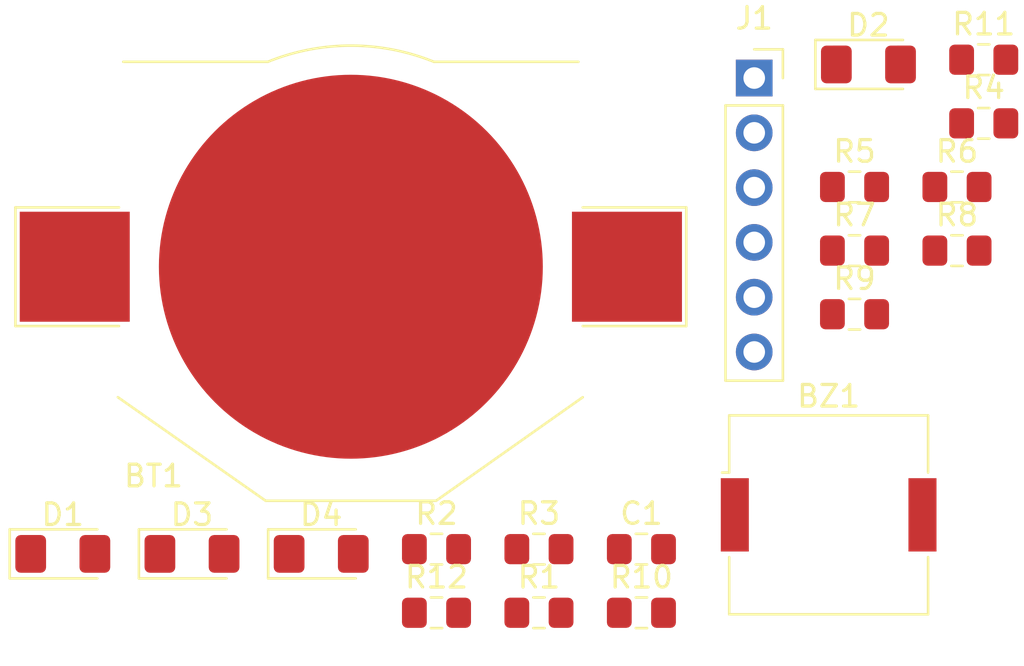
<source format=kicad_pcb>
(kicad_pcb (version 20171130) (host pcbnew 5.1.5-52549c5~84~ubuntu19.10.1)

  (general
    (thickness 1.6)
    (drawings 0)
    (tracks 0)
    (zones 0)
    (modules 20)
    (nets 25)
  )

  (page A4)
  (layers
    (0 F.Cu signal)
    (31 B.Cu signal)
    (32 B.Adhes user)
    (33 F.Adhes user)
    (34 B.Paste user)
    (35 F.Paste user)
    (36 B.SilkS user)
    (37 F.SilkS user)
    (38 B.Mask user)
    (39 F.Mask user)
    (40 Dwgs.User user)
    (41 Cmts.User user)
    (42 Eco1.User user)
    (43 Eco2.User user)
    (44 Edge.Cuts user)
    (45 Margin user)
    (46 B.CrtYd user)
    (47 F.CrtYd user)
    (48 B.Fab user)
    (49 F.Fab user)
  )

  (setup
    (last_trace_width 0.25)
    (trace_clearance 0.2)
    (zone_clearance 0.508)
    (zone_45_only no)
    (trace_min 0.2)
    (via_size 0.8)
    (via_drill 0.4)
    (via_min_size 0.4)
    (via_min_drill 0.3)
    (uvia_size 0.3)
    (uvia_drill 0.1)
    (uvias_allowed no)
    (uvia_min_size 0.2)
    (uvia_min_drill 0.1)
    (edge_width 0.05)
    (segment_width 0.2)
    (pcb_text_width 0.3)
    (pcb_text_size 1.5 1.5)
    (mod_edge_width 0.12)
    (mod_text_size 1 1)
    (mod_text_width 0.15)
    (pad_size 1.524 1.524)
    (pad_drill 0.762)
    (pad_to_mask_clearance 0.051)
    (solder_mask_min_width 0.25)
    (aux_axis_origin 0 0)
    (visible_elements FFFFFF7F)
    (pcbplotparams
      (layerselection 0x010fc_ffffffff)
      (usegerberextensions false)
      (usegerberattributes false)
      (usegerberadvancedattributes false)
      (creategerberjobfile false)
      (excludeedgelayer true)
      (linewidth 0.100000)
      (plotframeref false)
      (viasonmask false)
      (mode 1)
      (useauxorigin false)
      (hpglpennumber 1)
      (hpglpenspeed 20)
      (hpglpendiameter 15.000000)
      (psnegative false)
      (psa4output false)
      (plotreference true)
      (plotvalue true)
      (plotinvisibletext false)
      (padsonsilk false)
      (subtractmaskfromsilk false)
      (outputformat 1)
      (mirror false)
      (drillshape 1)
      (scaleselection 1)
      (outputdirectory ""))
  )

  (net 0 "")
  (net 1 GND)
  (net 2 "Net-(BT1-Pad1)")
  (net 3 /BUZZ)
  (net 4 +3V3)
  (net 5 "Net-(D1-Pad2)")
  (net 6 "Net-(D2-Pad2)")
  (net 7 "Net-(D3-Pad2)")
  (net 8 "Net-(D4-Pad2)")
  (net 9 "Net-(J1-Pad6)")
  (net 10 /ICSPCLK)
  (net 11 /ICSPDAT)
  (net 12 /~MCLR)
  (net 13 "Net-(R1-Pad2)")
  (net 14 /YELLOW_Button)
  (net 15 "Net-(R2-Pad2)")
  (net 16 /RED_Button)
  (net 17 /YELLOW_LED)
  (net 18 /RED_LED)
  (net 19 "Net-(R7-Pad2)")
  (net 20 /BLUE_Button)
  (net 21 /BLUE_LED)
  (net 22 "Net-(R10-Pad2)")
  (net 23 /GREEN_Button)
  (net 24 /GREEN_LED)

  (net_class Default "This is the default net class."
    (clearance 0.2)
    (trace_width 0.25)
    (via_dia 0.8)
    (via_drill 0.4)
    (uvia_dia 0.3)
    (uvia_drill 0.1)
    (add_net +3V3)
    (add_net /BLUE_Button)
    (add_net /BLUE_LED)
    (add_net /BUZZ)
    (add_net /GREEN_Button)
    (add_net /GREEN_LED)
    (add_net /ICSPCLK)
    (add_net /ICSPDAT)
    (add_net /RED_Button)
    (add_net /RED_LED)
    (add_net /YELLOW_Button)
    (add_net /YELLOW_LED)
    (add_net /~MCLR)
    (add_net GND)
    (add_net "Net-(BT1-Pad1)")
    (add_net "Net-(D1-Pad2)")
    (add_net "Net-(D2-Pad2)")
    (add_net "Net-(D3-Pad2)")
    (add_net "Net-(D4-Pad2)")
    (add_net "Net-(J1-Pad6)")
    (add_net "Net-(R1-Pad2)")
    (add_net "Net-(R10-Pad2)")
    (add_net "Net-(R2-Pad2)")
    (add_net "Net-(R7-Pad2)")
  )

  (module Resistor_SMD:R_0805_2012Metric_Pad1.15x1.40mm_HandSolder (layer F.Cu) (tedit 5B36C52B) (tstamp 5E41592F)
    (at 87.79 99.862488)
    (descr "Resistor SMD 0805 (2012 Metric), square (rectangular) end terminal, IPC_7351 nominal with elongated pad for handsoldering. (Body size source: https://docs.google.com/spreadsheets/d/1BsfQQcO9C6DZCsRaXUlFlo91Tg2WpOkGARC1WS5S8t0/edit?usp=sharing), generated with kicad-footprint-generator")
    (tags "resistor handsolder")
    (path /5E410361)
    (attr smd)
    (fp_text reference R12 (at 0 -1.65) (layer F.SilkS)
      (effects (font (size 1 1) (thickness 0.15)))
    )
    (fp_text value R (at 0 1.65) (layer F.Fab)
      (effects (font (size 1 1) (thickness 0.15)))
    )
    (fp_text user %R (at 0 0) (layer F.Fab)
      (effects (font (size 0.5 0.5) (thickness 0.08)))
    )
    (fp_line (start 1.85 0.95) (end -1.85 0.95) (layer F.CrtYd) (width 0.05))
    (fp_line (start 1.85 -0.95) (end 1.85 0.95) (layer F.CrtYd) (width 0.05))
    (fp_line (start -1.85 -0.95) (end 1.85 -0.95) (layer F.CrtYd) (width 0.05))
    (fp_line (start -1.85 0.95) (end -1.85 -0.95) (layer F.CrtYd) (width 0.05))
    (fp_line (start -0.261252 0.71) (end 0.261252 0.71) (layer F.SilkS) (width 0.12))
    (fp_line (start -0.261252 -0.71) (end 0.261252 -0.71) (layer F.SilkS) (width 0.12))
    (fp_line (start 1 0.6) (end -1 0.6) (layer F.Fab) (width 0.1))
    (fp_line (start 1 -0.6) (end 1 0.6) (layer F.Fab) (width 0.1))
    (fp_line (start -1 -0.6) (end 1 -0.6) (layer F.Fab) (width 0.1))
    (fp_line (start -1 0.6) (end -1 -0.6) (layer F.Fab) (width 0.1))
    (pad 2 smd roundrect (at 1.025 0) (size 1.15 1.4) (layers F.Cu F.Paste F.Mask) (roundrect_rratio 0.217391)
      (net 24 /GREEN_LED))
    (pad 1 smd roundrect (at -1.025 0) (size 1.15 1.4) (layers F.Cu F.Paste F.Mask) (roundrect_rratio 0.217391)
      (net 8 "Net-(D4-Pad2)"))
    (model ${KISYS3DMOD}/Resistor_SMD.3dshapes/R_0805_2012Metric.wrl
      (at (xyz 0 0 0))
      (scale (xyz 1 1 1))
      (rotate (xyz 0 0 0))
    )
  )

  (module Resistor_SMD:R_0805_2012Metric_Pad1.15x1.40mm_HandSolder (layer F.Cu) (tedit 5B36C52B) (tstamp 5E41591E)
    (at 113.16 74.222488)
    (descr "Resistor SMD 0805 (2012 Metric), square (rectangular) end terminal, IPC_7351 nominal with elongated pad for handsoldering. (Body size source: https://docs.google.com/spreadsheets/d/1BsfQQcO9C6DZCsRaXUlFlo91Tg2WpOkGARC1WS5S8t0/edit?usp=sharing), generated with kicad-footprint-generator")
    (tags "resistor handsolder")
    (path /5E417B04)
    (attr smd)
    (fp_text reference R11 (at 0 -1.65) (layer F.SilkS)
      (effects (font (size 1 1) (thickness 0.15)))
    )
    (fp_text value R (at 0 1.65) (layer F.Fab)
      (effects (font (size 1 1) (thickness 0.15)))
    )
    (fp_text user %R (at 0 0) (layer F.Fab)
      (effects (font (size 0.5 0.5) (thickness 0.08)))
    )
    (fp_line (start 1.85 0.95) (end -1.85 0.95) (layer F.CrtYd) (width 0.05))
    (fp_line (start 1.85 -0.95) (end 1.85 0.95) (layer F.CrtYd) (width 0.05))
    (fp_line (start -1.85 -0.95) (end 1.85 -0.95) (layer F.CrtYd) (width 0.05))
    (fp_line (start -1.85 0.95) (end -1.85 -0.95) (layer F.CrtYd) (width 0.05))
    (fp_line (start -0.261252 0.71) (end 0.261252 0.71) (layer F.SilkS) (width 0.12))
    (fp_line (start -0.261252 -0.71) (end 0.261252 -0.71) (layer F.SilkS) (width 0.12))
    (fp_line (start 1 0.6) (end -1 0.6) (layer F.Fab) (width 0.1))
    (fp_line (start 1 -0.6) (end 1 0.6) (layer F.Fab) (width 0.1))
    (fp_line (start -1 -0.6) (end 1 -0.6) (layer F.Fab) (width 0.1))
    (fp_line (start -1 0.6) (end -1 -0.6) (layer F.Fab) (width 0.1))
    (pad 2 smd roundrect (at 1.025 0) (size 1.15 1.4) (layers F.Cu F.Paste F.Mask) (roundrect_rratio 0.217391)
      (net 23 /GREEN_Button))
    (pad 1 smd roundrect (at -1.025 0) (size 1.15 1.4) (layers F.Cu F.Paste F.Mask) (roundrect_rratio 0.217391)
      (net 4 +3V3))
    (model ${KISYS3DMOD}/Resistor_SMD.3dshapes/R_0805_2012Metric.wrl
      (at (xyz 0 0 0))
      (scale (xyz 1 1 1))
      (rotate (xyz 0 0 0))
    )
  )

  (module Resistor_SMD:R_0805_2012Metric_Pad1.15x1.40mm_HandSolder (layer F.Cu) (tedit 5B36C52B) (tstamp 5E41590D)
    (at 97.29 99.862488)
    (descr "Resistor SMD 0805 (2012 Metric), square (rectangular) end terminal, IPC_7351 nominal with elongated pad for handsoldering. (Body size source: https://docs.google.com/spreadsheets/d/1BsfQQcO9C6DZCsRaXUlFlo91Tg2WpOkGARC1WS5S8t0/edit?usp=sharing), generated with kicad-footprint-generator")
    (tags "resistor handsolder")
    (path /5E41ADFA)
    (attr smd)
    (fp_text reference R10 (at 0 -1.65) (layer F.SilkS)
      (effects (font (size 1 1) (thickness 0.15)))
    )
    (fp_text value R (at 0 1.65) (layer F.Fab)
      (effects (font (size 1 1) (thickness 0.15)))
    )
    (fp_text user %R (at 0 0) (layer F.Fab)
      (effects (font (size 0.5 0.5) (thickness 0.08)))
    )
    (fp_line (start 1.85 0.95) (end -1.85 0.95) (layer F.CrtYd) (width 0.05))
    (fp_line (start 1.85 -0.95) (end 1.85 0.95) (layer F.CrtYd) (width 0.05))
    (fp_line (start -1.85 -0.95) (end 1.85 -0.95) (layer F.CrtYd) (width 0.05))
    (fp_line (start -1.85 0.95) (end -1.85 -0.95) (layer F.CrtYd) (width 0.05))
    (fp_line (start -0.261252 0.71) (end 0.261252 0.71) (layer F.SilkS) (width 0.12))
    (fp_line (start -0.261252 -0.71) (end 0.261252 -0.71) (layer F.SilkS) (width 0.12))
    (fp_line (start 1 0.6) (end -1 0.6) (layer F.Fab) (width 0.1))
    (fp_line (start 1 -0.6) (end 1 0.6) (layer F.Fab) (width 0.1))
    (fp_line (start -1 -0.6) (end 1 -0.6) (layer F.Fab) (width 0.1))
    (fp_line (start -1 0.6) (end -1 -0.6) (layer F.Fab) (width 0.1))
    (pad 2 smd roundrect (at 1.025 0) (size 1.15 1.4) (layers F.Cu F.Paste F.Mask) (roundrect_rratio 0.217391)
      (net 22 "Net-(R10-Pad2)"))
    (pad 1 smd roundrect (at -1.025 0) (size 1.15 1.4) (layers F.Cu F.Paste F.Mask) (roundrect_rratio 0.217391)
      (net 23 /GREEN_Button))
    (model ${KISYS3DMOD}/Resistor_SMD.3dshapes/R_0805_2012Metric.wrl
      (at (xyz 0 0 0))
      (scale (xyz 1 1 1))
      (rotate (xyz 0 0 0))
    )
  )

  (module Resistor_SMD:R_0805_2012Metric_Pad1.15x1.40mm_HandSolder (layer F.Cu) (tedit 5B36C52B) (tstamp 5E4158FC)
    (at 107.17 86.022488)
    (descr "Resistor SMD 0805 (2012 Metric), square (rectangular) end terminal, IPC_7351 nominal with elongated pad for handsoldering. (Body size source: https://docs.google.com/spreadsheets/d/1BsfQQcO9C6DZCsRaXUlFlo91Tg2WpOkGARC1WS5S8t0/edit?usp=sharing), generated with kicad-footprint-generator")
    (tags "resistor handsolder")
    (path /5E40FE4E)
    (attr smd)
    (fp_text reference R9 (at 0 -1.65) (layer F.SilkS)
      (effects (font (size 1 1) (thickness 0.15)))
    )
    (fp_text value R (at 0 1.65) (layer F.Fab)
      (effects (font (size 1 1) (thickness 0.15)))
    )
    (fp_text user %R (at 0 0) (layer F.Fab)
      (effects (font (size 0.5 0.5) (thickness 0.08)))
    )
    (fp_line (start 1.85 0.95) (end -1.85 0.95) (layer F.CrtYd) (width 0.05))
    (fp_line (start 1.85 -0.95) (end 1.85 0.95) (layer F.CrtYd) (width 0.05))
    (fp_line (start -1.85 -0.95) (end 1.85 -0.95) (layer F.CrtYd) (width 0.05))
    (fp_line (start -1.85 0.95) (end -1.85 -0.95) (layer F.CrtYd) (width 0.05))
    (fp_line (start -0.261252 0.71) (end 0.261252 0.71) (layer F.SilkS) (width 0.12))
    (fp_line (start -0.261252 -0.71) (end 0.261252 -0.71) (layer F.SilkS) (width 0.12))
    (fp_line (start 1 0.6) (end -1 0.6) (layer F.Fab) (width 0.1))
    (fp_line (start 1 -0.6) (end 1 0.6) (layer F.Fab) (width 0.1))
    (fp_line (start -1 -0.6) (end 1 -0.6) (layer F.Fab) (width 0.1))
    (fp_line (start -1 0.6) (end -1 -0.6) (layer F.Fab) (width 0.1))
    (pad 2 smd roundrect (at 1.025 0) (size 1.15 1.4) (layers F.Cu F.Paste F.Mask) (roundrect_rratio 0.217391)
      (net 21 /BLUE_LED))
    (pad 1 smd roundrect (at -1.025 0) (size 1.15 1.4) (layers F.Cu F.Paste F.Mask) (roundrect_rratio 0.217391)
      (net 7 "Net-(D3-Pad2)"))
    (model ${KISYS3DMOD}/Resistor_SMD.3dshapes/R_0805_2012Metric.wrl
      (at (xyz 0 0 0))
      (scale (xyz 1 1 1))
      (rotate (xyz 0 0 0))
    )
  )

  (module Resistor_SMD:R_0805_2012Metric_Pad1.15x1.40mm_HandSolder (layer F.Cu) (tedit 5B36C52B) (tstamp 5E4158EB)
    (at 111.92 83.072488)
    (descr "Resistor SMD 0805 (2012 Metric), square (rectangular) end terminal, IPC_7351 nominal with elongated pad for handsoldering. (Body size source: https://docs.google.com/spreadsheets/d/1BsfQQcO9C6DZCsRaXUlFlo91Tg2WpOkGARC1WS5S8t0/edit?usp=sharing), generated with kicad-footprint-generator")
    (tags "resistor handsolder")
    (path /5E426224)
    (attr smd)
    (fp_text reference R8 (at 0 -1.65) (layer F.SilkS)
      (effects (font (size 1 1) (thickness 0.15)))
    )
    (fp_text value R (at 0 1.65) (layer F.Fab)
      (effects (font (size 1 1) (thickness 0.15)))
    )
    (fp_text user %R (at 0 0) (layer F.Fab)
      (effects (font (size 0.5 0.5) (thickness 0.08)))
    )
    (fp_line (start 1.85 0.95) (end -1.85 0.95) (layer F.CrtYd) (width 0.05))
    (fp_line (start 1.85 -0.95) (end 1.85 0.95) (layer F.CrtYd) (width 0.05))
    (fp_line (start -1.85 -0.95) (end 1.85 -0.95) (layer F.CrtYd) (width 0.05))
    (fp_line (start -1.85 0.95) (end -1.85 -0.95) (layer F.CrtYd) (width 0.05))
    (fp_line (start -0.261252 0.71) (end 0.261252 0.71) (layer F.SilkS) (width 0.12))
    (fp_line (start -0.261252 -0.71) (end 0.261252 -0.71) (layer F.SilkS) (width 0.12))
    (fp_line (start 1 0.6) (end -1 0.6) (layer F.Fab) (width 0.1))
    (fp_line (start 1 -0.6) (end 1 0.6) (layer F.Fab) (width 0.1))
    (fp_line (start -1 -0.6) (end 1 -0.6) (layer F.Fab) (width 0.1))
    (fp_line (start -1 0.6) (end -1 -0.6) (layer F.Fab) (width 0.1))
    (pad 2 smd roundrect (at 1.025 0) (size 1.15 1.4) (layers F.Cu F.Paste F.Mask) (roundrect_rratio 0.217391)
      (net 20 /BLUE_Button))
    (pad 1 smd roundrect (at -1.025 0) (size 1.15 1.4) (layers F.Cu F.Paste F.Mask) (roundrect_rratio 0.217391)
      (net 4 +3V3))
    (model ${KISYS3DMOD}/Resistor_SMD.3dshapes/R_0805_2012Metric.wrl
      (at (xyz 0 0 0))
      (scale (xyz 1 1 1))
      (rotate (xyz 0 0 0))
    )
  )

  (module Resistor_SMD:R_0805_2012Metric_Pad1.15x1.40mm_HandSolder (layer F.Cu) (tedit 5B36C52B) (tstamp 5E4158DA)
    (at 107.17 83.072488)
    (descr "Resistor SMD 0805 (2012 Metric), square (rectangular) end terminal, IPC_7351 nominal with elongated pad for handsoldering. (Body size source: https://docs.google.com/spreadsheets/d/1BsfQQcO9C6DZCsRaXUlFlo91Tg2WpOkGARC1WS5S8t0/edit?usp=sharing), generated with kicad-footprint-generator")
    (tags "resistor handsolder")
    (path /5E42622A)
    (attr smd)
    (fp_text reference R7 (at 0 -1.65) (layer F.SilkS)
      (effects (font (size 1 1) (thickness 0.15)))
    )
    (fp_text value R (at 0 1.65) (layer F.Fab)
      (effects (font (size 1 1) (thickness 0.15)))
    )
    (fp_text user %R (at 0 0) (layer F.Fab)
      (effects (font (size 0.5 0.5) (thickness 0.08)))
    )
    (fp_line (start 1.85 0.95) (end -1.85 0.95) (layer F.CrtYd) (width 0.05))
    (fp_line (start 1.85 -0.95) (end 1.85 0.95) (layer F.CrtYd) (width 0.05))
    (fp_line (start -1.85 -0.95) (end 1.85 -0.95) (layer F.CrtYd) (width 0.05))
    (fp_line (start -1.85 0.95) (end -1.85 -0.95) (layer F.CrtYd) (width 0.05))
    (fp_line (start -0.261252 0.71) (end 0.261252 0.71) (layer F.SilkS) (width 0.12))
    (fp_line (start -0.261252 -0.71) (end 0.261252 -0.71) (layer F.SilkS) (width 0.12))
    (fp_line (start 1 0.6) (end -1 0.6) (layer F.Fab) (width 0.1))
    (fp_line (start 1 -0.6) (end 1 0.6) (layer F.Fab) (width 0.1))
    (fp_line (start -1 -0.6) (end 1 -0.6) (layer F.Fab) (width 0.1))
    (fp_line (start -1 0.6) (end -1 -0.6) (layer F.Fab) (width 0.1))
    (pad 2 smd roundrect (at 1.025 0) (size 1.15 1.4) (layers F.Cu F.Paste F.Mask) (roundrect_rratio 0.217391)
      (net 19 "Net-(R7-Pad2)"))
    (pad 1 smd roundrect (at -1.025 0) (size 1.15 1.4) (layers F.Cu F.Paste F.Mask) (roundrect_rratio 0.217391)
      (net 20 /BLUE_Button))
    (model ${KISYS3DMOD}/Resistor_SMD.3dshapes/R_0805_2012Metric.wrl
      (at (xyz 0 0 0))
      (scale (xyz 1 1 1))
      (rotate (xyz 0 0 0))
    )
  )

  (module Resistor_SMD:R_0805_2012Metric_Pad1.15x1.40mm_HandSolder (layer F.Cu) (tedit 5B36C52B) (tstamp 5E4158C9)
    (at 111.92 80.122488)
    (descr "Resistor SMD 0805 (2012 Metric), square (rectangular) end terminal, IPC_7351 nominal with elongated pad for handsoldering. (Body size source: https://docs.google.com/spreadsheets/d/1BsfQQcO9C6DZCsRaXUlFlo91Tg2WpOkGARC1WS5S8t0/edit?usp=sharing), generated with kicad-footprint-generator")
    (tags "resistor handsolder")
    (path /5E40FBB9)
    (attr smd)
    (fp_text reference R6 (at 0 -1.65) (layer F.SilkS)
      (effects (font (size 1 1) (thickness 0.15)))
    )
    (fp_text value R (at 0 1.65) (layer F.Fab)
      (effects (font (size 1 1) (thickness 0.15)))
    )
    (fp_text user %R (at 0 0) (layer F.Fab)
      (effects (font (size 0.5 0.5) (thickness 0.08)))
    )
    (fp_line (start 1.85 0.95) (end -1.85 0.95) (layer F.CrtYd) (width 0.05))
    (fp_line (start 1.85 -0.95) (end 1.85 0.95) (layer F.CrtYd) (width 0.05))
    (fp_line (start -1.85 -0.95) (end 1.85 -0.95) (layer F.CrtYd) (width 0.05))
    (fp_line (start -1.85 0.95) (end -1.85 -0.95) (layer F.CrtYd) (width 0.05))
    (fp_line (start -0.261252 0.71) (end 0.261252 0.71) (layer F.SilkS) (width 0.12))
    (fp_line (start -0.261252 -0.71) (end 0.261252 -0.71) (layer F.SilkS) (width 0.12))
    (fp_line (start 1 0.6) (end -1 0.6) (layer F.Fab) (width 0.1))
    (fp_line (start 1 -0.6) (end 1 0.6) (layer F.Fab) (width 0.1))
    (fp_line (start -1 -0.6) (end 1 -0.6) (layer F.Fab) (width 0.1))
    (fp_line (start -1 0.6) (end -1 -0.6) (layer F.Fab) (width 0.1))
    (pad 2 smd roundrect (at 1.025 0) (size 1.15 1.4) (layers F.Cu F.Paste F.Mask) (roundrect_rratio 0.217391)
      (net 18 /RED_LED))
    (pad 1 smd roundrect (at -1.025 0) (size 1.15 1.4) (layers F.Cu F.Paste F.Mask) (roundrect_rratio 0.217391)
      (net 6 "Net-(D2-Pad2)"))
    (model ${KISYS3DMOD}/Resistor_SMD.3dshapes/R_0805_2012Metric.wrl
      (at (xyz 0 0 0))
      (scale (xyz 1 1 1))
      (rotate (xyz 0 0 0))
    )
  )

  (module Resistor_SMD:R_0805_2012Metric_Pad1.15x1.40mm_HandSolder (layer F.Cu) (tedit 5B36C52B) (tstamp 5E4158B8)
    (at 107.17 80.122488)
    (descr "Resistor SMD 0805 (2012 Metric), square (rectangular) end terminal, IPC_7351 nominal with elongated pad for handsoldering. (Body size source: https://docs.google.com/spreadsheets/d/1BsfQQcO9C6DZCsRaXUlFlo91Tg2WpOkGARC1WS5S8t0/edit?usp=sharing), generated with kicad-footprint-generator")
    (tags "resistor handsolder")
    (path /5E411D70)
    (attr smd)
    (fp_text reference R5 (at 0 -1.65) (layer F.SilkS)
      (effects (font (size 1 1) (thickness 0.15)))
    )
    (fp_text value R (at 0 1.65) (layer F.Fab)
      (effects (font (size 1 1) (thickness 0.15)))
    )
    (fp_text user %R (at 0 0) (layer F.Fab)
      (effects (font (size 0.5 0.5) (thickness 0.08)))
    )
    (fp_line (start 1.85 0.95) (end -1.85 0.95) (layer F.CrtYd) (width 0.05))
    (fp_line (start 1.85 -0.95) (end 1.85 0.95) (layer F.CrtYd) (width 0.05))
    (fp_line (start -1.85 -0.95) (end 1.85 -0.95) (layer F.CrtYd) (width 0.05))
    (fp_line (start -1.85 0.95) (end -1.85 -0.95) (layer F.CrtYd) (width 0.05))
    (fp_line (start -0.261252 0.71) (end 0.261252 0.71) (layer F.SilkS) (width 0.12))
    (fp_line (start -0.261252 -0.71) (end 0.261252 -0.71) (layer F.SilkS) (width 0.12))
    (fp_line (start 1 0.6) (end -1 0.6) (layer F.Fab) (width 0.1))
    (fp_line (start 1 -0.6) (end 1 0.6) (layer F.Fab) (width 0.1))
    (fp_line (start -1 -0.6) (end 1 -0.6) (layer F.Fab) (width 0.1))
    (fp_line (start -1 0.6) (end -1 -0.6) (layer F.Fab) (width 0.1))
    (pad 2 smd roundrect (at 1.025 0) (size 1.15 1.4) (layers F.Cu F.Paste F.Mask) (roundrect_rratio 0.217391)
      (net 17 /YELLOW_LED))
    (pad 1 smd roundrect (at -1.025 0) (size 1.15 1.4) (layers F.Cu F.Paste F.Mask) (roundrect_rratio 0.217391)
      (net 5 "Net-(D1-Pad2)"))
    (model ${KISYS3DMOD}/Resistor_SMD.3dshapes/R_0805_2012Metric.wrl
      (at (xyz 0 0 0))
      (scale (xyz 1 1 1))
      (rotate (xyz 0 0 0))
    )
  )

  (module Resistor_SMD:R_0805_2012Metric_Pad1.15x1.40mm_HandSolder (layer F.Cu) (tedit 5B36C52B) (tstamp 5E4158A7)
    (at 113.16 77.172488)
    (descr "Resistor SMD 0805 (2012 Metric), square (rectangular) end terminal, IPC_7351 nominal with elongated pad for handsoldering. (Body size source: https://docs.google.com/spreadsheets/d/1BsfQQcO9C6DZCsRaXUlFlo91Tg2WpOkGARC1WS5S8t0/edit?usp=sharing), generated with kicad-footprint-generator")
    (tags "resistor handsolder")
    (path /5E426680)
    (attr smd)
    (fp_text reference R4 (at 0 -1.65) (layer F.SilkS)
      (effects (font (size 1 1) (thickness 0.15)))
    )
    (fp_text value R (at 0 1.65) (layer F.Fab)
      (effects (font (size 1 1) (thickness 0.15)))
    )
    (fp_text user %R (at 0 0) (layer F.Fab)
      (effects (font (size 0.5 0.5) (thickness 0.08)))
    )
    (fp_line (start 1.85 0.95) (end -1.85 0.95) (layer F.CrtYd) (width 0.05))
    (fp_line (start 1.85 -0.95) (end 1.85 0.95) (layer F.CrtYd) (width 0.05))
    (fp_line (start -1.85 -0.95) (end 1.85 -0.95) (layer F.CrtYd) (width 0.05))
    (fp_line (start -1.85 0.95) (end -1.85 -0.95) (layer F.CrtYd) (width 0.05))
    (fp_line (start -0.261252 0.71) (end 0.261252 0.71) (layer F.SilkS) (width 0.12))
    (fp_line (start -0.261252 -0.71) (end 0.261252 -0.71) (layer F.SilkS) (width 0.12))
    (fp_line (start 1 0.6) (end -1 0.6) (layer F.Fab) (width 0.1))
    (fp_line (start 1 -0.6) (end 1 0.6) (layer F.Fab) (width 0.1))
    (fp_line (start -1 -0.6) (end 1 -0.6) (layer F.Fab) (width 0.1))
    (fp_line (start -1 0.6) (end -1 -0.6) (layer F.Fab) (width 0.1))
    (pad 2 smd roundrect (at 1.025 0) (size 1.15 1.4) (layers F.Cu F.Paste F.Mask) (roundrect_rratio 0.217391)
      (net 16 /RED_Button))
    (pad 1 smd roundrect (at -1.025 0) (size 1.15 1.4) (layers F.Cu F.Paste F.Mask) (roundrect_rratio 0.217391)
      (net 4 +3V3))
    (model ${KISYS3DMOD}/Resistor_SMD.3dshapes/R_0805_2012Metric.wrl
      (at (xyz 0 0 0))
      (scale (xyz 1 1 1))
      (rotate (xyz 0 0 0))
    )
  )

  (module Resistor_SMD:R_0805_2012Metric_Pad1.15x1.40mm_HandSolder (layer F.Cu) (tedit 5B36C52B) (tstamp 5E415896)
    (at 92.54 96.912488)
    (descr "Resistor SMD 0805 (2012 Metric), square (rectangular) end terminal, IPC_7351 nominal with elongated pad for handsoldering. (Body size source: https://docs.google.com/spreadsheets/d/1BsfQQcO9C6DZCsRaXUlFlo91Tg2WpOkGARC1WS5S8t0/edit?usp=sharing), generated with kicad-footprint-generator")
    (tags "resistor handsolder")
    (path /5E425633)
    (attr smd)
    (fp_text reference R3 (at 0 -1.65) (layer F.SilkS)
      (effects (font (size 1 1) (thickness 0.15)))
    )
    (fp_text value R (at 0 1.65) (layer F.Fab)
      (effects (font (size 1 1) (thickness 0.15)))
    )
    (fp_text user %R (at 0 0) (layer F.Fab)
      (effects (font (size 0.5 0.5) (thickness 0.08)))
    )
    (fp_line (start 1.85 0.95) (end -1.85 0.95) (layer F.CrtYd) (width 0.05))
    (fp_line (start 1.85 -0.95) (end 1.85 0.95) (layer F.CrtYd) (width 0.05))
    (fp_line (start -1.85 -0.95) (end 1.85 -0.95) (layer F.CrtYd) (width 0.05))
    (fp_line (start -1.85 0.95) (end -1.85 -0.95) (layer F.CrtYd) (width 0.05))
    (fp_line (start -0.261252 0.71) (end 0.261252 0.71) (layer F.SilkS) (width 0.12))
    (fp_line (start -0.261252 -0.71) (end 0.261252 -0.71) (layer F.SilkS) (width 0.12))
    (fp_line (start 1 0.6) (end -1 0.6) (layer F.Fab) (width 0.1))
    (fp_line (start 1 -0.6) (end 1 0.6) (layer F.Fab) (width 0.1))
    (fp_line (start -1 -0.6) (end 1 -0.6) (layer F.Fab) (width 0.1))
    (fp_line (start -1 0.6) (end -1 -0.6) (layer F.Fab) (width 0.1))
    (pad 2 smd roundrect (at 1.025 0) (size 1.15 1.4) (layers F.Cu F.Paste F.Mask) (roundrect_rratio 0.217391)
      (net 14 /YELLOW_Button))
    (pad 1 smd roundrect (at -1.025 0) (size 1.15 1.4) (layers F.Cu F.Paste F.Mask) (roundrect_rratio 0.217391)
      (net 4 +3V3))
    (model ${KISYS3DMOD}/Resistor_SMD.3dshapes/R_0805_2012Metric.wrl
      (at (xyz 0 0 0))
      (scale (xyz 1 1 1))
      (rotate (xyz 0 0 0))
    )
  )

  (module Resistor_SMD:R_0805_2012Metric_Pad1.15x1.40mm_HandSolder (layer F.Cu) (tedit 5B36C52B) (tstamp 5E415885)
    (at 87.79 96.912488)
    (descr "Resistor SMD 0805 (2012 Metric), square (rectangular) end terminal, IPC_7351 nominal with elongated pad for handsoldering. (Body size source: https://docs.google.com/spreadsheets/d/1BsfQQcO9C6DZCsRaXUlFlo91Tg2WpOkGARC1WS5S8t0/edit?usp=sharing), generated with kicad-footprint-generator")
    (tags "resistor handsolder")
    (path /5E426686)
    (attr smd)
    (fp_text reference R2 (at 0 -1.65) (layer F.SilkS)
      (effects (font (size 1 1) (thickness 0.15)))
    )
    (fp_text value R (at 0 1.65) (layer F.Fab)
      (effects (font (size 1 1) (thickness 0.15)))
    )
    (fp_text user %R (at 0 0) (layer F.Fab)
      (effects (font (size 0.5 0.5) (thickness 0.08)))
    )
    (fp_line (start 1.85 0.95) (end -1.85 0.95) (layer F.CrtYd) (width 0.05))
    (fp_line (start 1.85 -0.95) (end 1.85 0.95) (layer F.CrtYd) (width 0.05))
    (fp_line (start -1.85 -0.95) (end 1.85 -0.95) (layer F.CrtYd) (width 0.05))
    (fp_line (start -1.85 0.95) (end -1.85 -0.95) (layer F.CrtYd) (width 0.05))
    (fp_line (start -0.261252 0.71) (end 0.261252 0.71) (layer F.SilkS) (width 0.12))
    (fp_line (start -0.261252 -0.71) (end 0.261252 -0.71) (layer F.SilkS) (width 0.12))
    (fp_line (start 1 0.6) (end -1 0.6) (layer F.Fab) (width 0.1))
    (fp_line (start 1 -0.6) (end 1 0.6) (layer F.Fab) (width 0.1))
    (fp_line (start -1 -0.6) (end 1 -0.6) (layer F.Fab) (width 0.1))
    (fp_line (start -1 0.6) (end -1 -0.6) (layer F.Fab) (width 0.1))
    (pad 2 smd roundrect (at 1.025 0) (size 1.15 1.4) (layers F.Cu F.Paste F.Mask) (roundrect_rratio 0.217391)
      (net 15 "Net-(R2-Pad2)"))
    (pad 1 smd roundrect (at -1.025 0) (size 1.15 1.4) (layers F.Cu F.Paste F.Mask) (roundrect_rratio 0.217391)
      (net 16 /RED_Button))
    (model ${KISYS3DMOD}/Resistor_SMD.3dshapes/R_0805_2012Metric.wrl
      (at (xyz 0 0 0))
      (scale (xyz 1 1 1))
      (rotate (xyz 0 0 0))
    )
  )

  (module Resistor_SMD:R_0805_2012Metric_Pad1.15x1.40mm_HandSolder (layer F.Cu) (tedit 5B36C52B) (tstamp 5E415874)
    (at 92.54 99.862488)
    (descr "Resistor SMD 0805 (2012 Metric), square (rectangular) end terminal, IPC_7351 nominal with elongated pad for handsoldering. (Body size source: https://docs.google.com/spreadsheets/d/1BsfQQcO9C6DZCsRaXUlFlo91Tg2WpOkGARC1WS5S8t0/edit?usp=sharing), generated with kicad-footprint-generator")
    (tags "resistor handsolder")
    (path /5E425639)
    (attr smd)
    (fp_text reference R1 (at 0 -1.65) (layer F.SilkS)
      (effects (font (size 1 1) (thickness 0.15)))
    )
    (fp_text value R (at 0 1.65) (layer F.Fab)
      (effects (font (size 1 1) (thickness 0.15)))
    )
    (fp_text user %R (at 0 0) (layer F.Fab)
      (effects (font (size 0.5 0.5) (thickness 0.08)))
    )
    (fp_line (start 1.85 0.95) (end -1.85 0.95) (layer F.CrtYd) (width 0.05))
    (fp_line (start 1.85 -0.95) (end 1.85 0.95) (layer F.CrtYd) (width 0.05))
    (fp_line (start -1.85 -0.95) (end 1.85 -0.95) (layer F.CrtYd) (width 0.05))
    (fp_line (start -1.85 0.95) (end -1.85 -0.95) (layer F.CrtYd) (width 0.05))
    (fp_line (start -0.261252 0.71) (end 0.261252 0.71) (layer F.SilkS) (width 0.12))
    (fp_line (start -0.261252 -0.71) (end 0.261252 -0.71) (layer F.SilkS) (width 0.12))
    (fp_line (start 1 0.6) (end -1 0.6) (layer F.Fab) (width 0.1))
    (fp_line (start 1 -0.6) (end 1 0.6) (layer F.Fab) (width 0.1))
    (fp_line (start -1 -0.6) (end 1 -0.6) (layer F.Fab) (width 0.1))
    (fp_line (start -1 0.6) (end -1 -0.6) (layer F.Fab) (width 0.1))
    (pad 2 smd roundrect (at 1.025 0) (size 1.15 1.4) (layers F.Cu F.Paste F.Mask) (roundrect_rratio 0.217391)
      (net 13 "Net-(R1-Pad2)"))
    (pad 1 smd roundrect (at -1.025 0) (size 1.15 1.4) (layers F.Cu F.Paste F.Mask) (roundrect_rratio 0.217391)
      (net 14 /YELLOW_Button))
    (model ${KISYS3DMOD}/Resistor_SMD.3dshapes/R_0805_2012Metric.wrl
      (at (xyz 0 0 0))
      (scale (xyz 1 1 1))
      (rotate (xyz 0 0 0))
    )
  )

  (module Connector_PinSocket_2.54mm:PinSocket_1x06_P2.54mm_Vertical (layer F.Cu) (tedit 5A19A430) (tstamp 5E415863)
    (at 102.52 75.072488)
    (descr "Through hole straight socket strip, 1x06, 2.54mm pitch, single row (from Kicad 4.0.7), script generated")
    (tags "Through hole socket strip THT 1x06 2.54mm single row")
    (path /5E4DF753)
    (fp_text reference J1 (at 0 -2.77) (layer F.SilkS)
      (effects (font (size 1 1) (thickness 0.15)))
    )
    (fp_text value Conn_PIC_ICSP_ICD (at 0 15.47) (layer F.Fab)
      (effects (font (size 1 1) (thickness 0.15)))
    )
    (fp_text user %R (at 0 6.35 90) (layer F.Fab)
      (effects (font (size 1 1) (thickness 0.15)))
    )
    (fp_line (start -1.8 14.45) (end -1.8 -1.8) (layer F.CrtYd) (width 0.05))
    (fp_line (start 1.75 14.45) (end -1.8 14.45) (layer F.CrtYd) (width 0.05))
    (fp_line (start 1.75 -1.8) (end 1.75 14.45) (layer F.CrtYd) (width 0.05))
    (fp_line (start -1.8 -1.8) (end 1.75 -1.8) (layer F.CrtYd) (width 0.05))
    (fp_line (start 0 -1.33) (end 1.33 -1.33) (layer F.SilkS) (width 0.12))
    (fp_line (start 1.33 -1.33) (end 1.33 0) (layer F.SilkS) (width 0.12))
    (fp_line (start 1.33 1.27) (end 1.33 14.03) (layer F.SilkS) (width 0.12))
    (fp_line (start -1.33 14.03) (end 1.33 14.03) (layer F.SilkS) (width 0.12))
    (fp_line (start -1.33 1.27) (end -1.33 14.03) (layer F.SilkS) (width 0.12))
    (fp_line (start -1.33 1.27) (end 1.33 1.27) (layer F.SilkS) (width 0.12))
    (fp_line (start -1.27 13.97) (end -1.27 -1.27) (layer F.Fab) (width 0.1))
    (fp_line (start 1.27 13.97) (end -1.27 13.97) (layer F.Fab) (width 0.1))
    (fp_line (start 1.27 -0.635) (end 1.27 13.97) (layer F.Fab) (width 0.1))
    (fp_line (start 0.635 -1.27) (end 1.27 -0.635) (layer F.Fab) (width 0.1))
    (fp_line (start -1.27 -1.27) (end 0.635 -1.27) (layer F.Fab) (width 0.1))
    (pad 6 thru_hole oval (at 0 12.7) (size 1.7 1.7) (drill 1) (layers *.Cu *.Mask)
      (net 9 "Net-(J1-Pad6)"))
    (pad 5 thru_hole oval (at 0 10.16) (size 1.7 1.7) (drill 1) (layers *.Cu *.Mask)
      (net 10 /ICSPCLK))
    (pad 4 thru_hole oval (at 0 7.62) (size 1.7 1.7) (drill 1) (layers *.Cu *.Mask)
      (net 11 /ICSPDAT))
    (pad 3 thru_hole oval (at 0 5.08) (size 1.7 1.7) (drill 1) (layers *.Cu *.Mask)
      (net 1 GND))
    (pad 2 thru_hole oval (at 0 2.54) (size 1.7 1.7) (drill 1) (layers *.Cu *.Mask)
      (net 4 +3V3))
    (pad 1 thru_hole rect (at 0 0) (size 1.7 1.7) (drill 1) (layers *.Cu *.Mask)
      (net 12 /~MCLR))
    (model ${KISYS3DMOD}/Connector_PinSocket_2.54mm.3dshapes/PinSocket_1x06_P2.54mm_Vertical.wrl
      (at (xyz 0 0 0))
      (scale (xyz 1 1 1))
      (rotate (xyz 0 0 0))
    )
  )

  (module Diode_SMD:D_1206_3216Metric_Pad1.42x1.75mm_HandSolder (layer F.Cu) (tedit 5B4B45C8) (tstamp 5E415849)
    (at 82.445 97.132488)
    (descr "Diode SMD 1206 (3216 Metric), square (rectangular) end terminal, IPC_7351 nominal, (Body size source: http://www.tortai-tech.com/upload/download/2011102023233369053.pdf), generated with kicad-footprint-generator")
    (tags "diode handsolder")
    (path /5E40EBE7)
    (attr smd)
    (fp_text reference D4 (at 0 -1.82) (layer F.SilkS)
      (effects (font (size 1 1) (thickness 0.15)))
    )
    (fp_text value GREEN (at 0 1.82) (layer F.Fab)
      (effects (font (size 1 1) (thickness 0.15)))
    )
    (fp_text user %R (at 0 0) (layer F.Fab)
      (effects (font (size 0.8 0.8) (thickness 0.12)))
    )
    (fp_line (start 2.45 1.12) (end -2.45 1.12) (layer F.CrtYd) (width 0.05))
    (fp_line (start 2.45 -1.12) (end 2.45 1.12) (layer F.CrtYd) (width 0.05))
    (fp_line (start -2.45 -1.12) (end 2.45 -1.12) (layer F.CrtYd) (width 0.05))
    (fp_line (start -2.45 1.12) (end -2.45 -1.12) (layer F.CrtYd) (width 0.05))
    (fp_line (start -2.46 1.135) (end 1.6 1.135) (layer F.SilkS) (width 0.12))
    (fp_line (start -2.46 -1.135) (end -2.46 1.135) (layer F.SilkS) (width 0.12))
    (fp_line (start 1.6 -1.135) (end -2.46 -1.135) (layer F.SilkS) (width 0.12))
    (fp_line (start 1.6 0.8) (end 1.6 -0.8) (layer F.Fab) (width 0.1))
    (fp_line (start -1.6 0.8) (end 1.6 0.8) (layer F.Fab) (width 0.1))
    (fp_line (start -1.6 -0.4) (end -1.6 0.8) (layer F.Fab) (width 0.1))
    (fp_line (start -1.2 -0.8) (end -1.6 -0.4) (layer F.Fab) (width 0.1))
    (fp_line (start 1.6 -0.8) (end -1.2 -0.8) (layer F.Fab) (width 0.1))
    (pad 2 smd roundrect (at 1.4875 0) (size 1.425 1.75) (layers F.Cu F.Paste F.Mask) (roundrect_rratio 0.175439)
      (net 8 "Net-(D4-Pad2)"))
    (pad 1 smd roundrect (at -1.4875 0) (size 1.425 1.75) (layers F.Cu F.Paste F.Mask) (roundrect_rratio 0.175439)
      (net 1 GND))
    (model ${KISYS3DMOD}/Diode_SMD.3dshapes/D_1206_3216Metric.wrl
      (at (xyz 0 0 0))
      (scale (xyz 1 1 1))
      (rotate (xyz 0 0 0))
    )
  )

  (module Diode_SMD:D_1206_3216Metric_Pad1.42x1.75mm_HandSolder (layer F.Cu) (tedit 5B4B45C8) (tstamp 5E415836)
    (at 76.455 97.132488)
    (descr "Diode SMD 1206 (3216 Metric), square (rectangular) end terminal, IPC_7351 nominal, (Body size source: http://www.tortai-tech.com/upload/download/2011102023233369053.pdf), generated with kicad-footprint-generator")
    (tags "diode handsolder")
    (path /5E40E5B8)
    (attr smd)
    (fp_text reference D3 (at 0 -1.82) (layer F.SilkS)
      (effects (font (size 1 1) (thickness 0.15)))
    )
    (fp_text value BLUE (at 0 1.82) (layer F.Fab)
      (effects (font (size 1 1) (thickness 0.15)))
    )
    (fp_text user %R (at 0 0) (layer F.Fab)
      (effects (font (size 0.8 0.8) (thickness 0.12)))
    )
    (fp_line (start 2.45 1.12) (end -2.45 1.12) (layer F.CrtYd) (width 0.05))
    (fp_line (start 2.45 -1.12) (end 2.45 1.12) (layer F.CrtYd) (width 0.05))
    (fp_line (start -2.45 -1.12) (end 2.45 -1.12) (layer F.CrtYd) (width 0.05))
    (fp_line (start -2.45 1.12) (end -2.45 -1.12) (layer F.CrtYd) (width 0.05))
    (fp_line (start -2.46 1.135) (end 1.6 1.135) (layer F.SilkS) (width 0.12))
    (fp_line (start -2.46 -1.135) (end -2.46 1.135) (layer F.SilkS) (width 0.12))
    (fp_line (start 1.6 -1.135) (end -2.46 -1.135) (layer F.SilkS) (width 0.12))
    (fp_line (start 1.6 0.8) (end 1.6 -0.8) (layer F.Fab) (width 0.1))
    (fp_line (start -1.6 0.8) (end 1.6 0.8) (layer F.Fab) (width 0.1))
    (fp_line (start -1.6 -0.4) (end -1.6 0.8) (layer F.Fab) (width 0.1))
    (fp_line (start -1.2 -0.8) (end -1.6 -0.4) (layer F.Fab) (width 0.1))
    (fp_line (start 1.6 -0.8) (end -1.2 -0.8) (layer F.Fab) (width 0.1))
    (pad 2 smd roundrect (at 1.4875 0) (size 1.425 1.75) (layers F.Cu F.Paste F.Mask) (roundrect_rratio 0.175439)
      (net 7 "Net-(D3-Pad2)"))
    (pad 1 smd roundrect (at -1.4875 0) (size 1.425 1.75) (layers F.Cu F.Paste F.Mask) (roundrect_rratio 0.175439)
      (net 1 GND))
    (model ${KISYS3DMOD}/Diode_SMD.3dshapes/D_1206_3216Metric.wrl
      (at (xyz 0 0 0))
      (scale (xyz 1 1 1))
      (rotate (xyz 0 0 0))
    )
  )

  (module Diode_SMD:D_1206_3216Metric_Pad1.42x1.75mm_HandSolder (layer F.Cu) (tedit 5B4B45C8) (tstamp 5E415823)
    (at 107.815 74.442488)
    (descr "Diode SMD 1206 (3216 Metric), square (rectangular) end terminal, IPC_7351 nominal, (Body size source: http://www.tortai-tech.com/upload/download/2011102023233369053.pdf), generated with kicad-footprint-generator")
    (tags "diode handsolder")
    (path /5E40DAB0)
    (attr smd)
    (fp_text reference D2 (at 0 -1.82) (layer F.SilkS)
      (effects (font (size 1 1) (thickness 0.15)))
    )
    (fp_text value RED (at 0 1.82) (layer F.Fab)
      (effects (font (size 1 1) (thickness 0.15)))
    )
    (fp_text user %R (at 0 0) (layer F.Fab)
      (effects (font (size 0.8 0.8) (thickness 0.12)))
    )
    (fp_line (start 2.45 1.12) (end -2.45 1.12) (layer F.CrtYd) (width 0.05))
    (fp_line (start 2.45 -1.12) (end 2.45 1.12) (layer F.CrtYd) (width 0.05))
    (fp_line (start -2.45 -1.12) (end 2.45 -1.12) (layer F.CrtYd) (width 0.05))
    (fp_line (start -2.45 1.12) (end -2.45 -1.12) (layer F.CrtYd) (width 0.05))
    (fp_line (start -2.46 1.135) (end 1.6 1.135) (layer F.SilkS) (width 0.12))
    (fp_line (start -2.46 -1.135) (end -2.46 1.135) (layer F.SilkS) (width 0.12))
    (fp_line (start 1.6 -1.135) (end -2.46 -1.135) (layer F.SilkS) (width 0.12))
    (fp_line (start 1.6 0.8) (end 1.6 -0.8) (layer F.Fab) (width 0.1))
    (fp_line (start -1.6 0.8) (end 1.6 0.8) (layer F.Fab) (width 0.1))
    (fp_line (start -1.6 -0.4) (end -1.6 0.8) (layer F.Fab) (width 0.1))
    (fp_line (start -1.2 -0.8) (end -1.6 -0.4) (layer F.Fab) (width 0.1))
    (fp_line (start 1.6 -0.8) (end -1.2 -0.8) (layer F.Fab) (width 0.1))
    (pad 2 smd roundrect (at 1.4875 0) (size 1.425 1.75) (layers F.Cu F.Paste F.Mask) (roundrect_rratio 0.175439)
      (net 6 "Net-(D2-Pad2)"))
    (pad 1 smd roundrect (at -1.4875 0) (size 1.425 1.75) (layers F.Cu F.Paste F.Mask) (roundrect_rratio 0.175439)
      (net 1 GND))
    (model ${KISYS3DMOD}/Diode_SMD.3dshapes/D_1206_3216Metric.wrl
      (at (xyz 0 0 0))
      (scale (xyz 1 1 1))
      (rotate (xyz 0 0 0))
    )
  )

  (module Diode_SMD:D_1206_3216Metric_Pad1.42x1.75mm_HandSolder (layer F.Cu) (tedit 5B4B45C8) (tstamp 5E415810)
    (at 70.465 97.132488)
    (descr "Diode SMD 1206 (3216 Metric), square (rectangular) end terminal, IPC_7351 nominal, (Body size source: http://www.tortai-tech.com/upload/download/2011102023233369053.pdf), generated with kicad-footprint-generator")
    (tags "diode handsolder")
    (path /5E411D6A)
    (attr smd)
    (fp_text reference D1 (at 0 -1.82) (layer F.SilkS)
      (effects (font (size 1 1) (thickness 0.15)))
    )
    (fp_text value YELLOW (at 0 1.82) (layer F.Fab)
      (effects (font (size 1 1) (thickness 0.15)))
    )
    (fp_text user %R (at 0 0) (layer F.Fab)
      (effects (font (size 0.8 0.8) (thickness 0.12)))
    )
    (fp_line (start 2.45 1.12) (end -2.45 1.12) (layer F.CrtYd) (width 0.05))
    (fp_line (start 2.45 -1.12) (end 2.45 1.12) (layer F.CrtYd) (width 0.05))
    (fp_line (start -2.45 -1.12) (end 2.45 -1.12) (layer F.CrtYd) (width 0.05))
    (fp_line (start -2.45 1.12) (end -2.45 -1.12) (layer F.CrtYd) (width 0.05))
    (fp_line (start -2.46 1.135) (end 1.6 1.135) (layer F.SilkS) (width 0.12))
    (fp_line (start -2.46 -1.135) (end -2.46 1.135) (layer F.SilkS) (width 0.12))
    (fp_line (start 1.6 -1.135) (end -2.46 -1.135) (layer F.SilkS) (width 0.12))
    (fp_line (start 1.6 0.8) (end 1.6 -0.8) (layer F.Fab) (width 0.1))
    (fp_line (start -1.6 0.8) (end 1.6 0.8) (layer F.Fab) (width 0.1))
    (fp_line (start -1.6 -0.4) (end -1.6 0.8) (layer F.Fab) (width 0.1))
    (fp_line (start -1.2 -0.8) (end -1.6 -0.4) (layer F.Fab) (width 0.1))
    (fp_line (start 1.6 -0.8) (end -1.2 -0.8) (layer F.Fab) (width 0.1))
    (pad 2 smd roundrect (at 1.4875 0) (size 1.425 1.75) (layers F.Cu F.Paste F.Mask) (roundrect_rratio 0.175439)
      (net 5 "Net-(D1-Pad2)"))
    (pad 1 smd roundrect (at -1.4875 0) (size 1.425 1.75) (layers F.Cu F.Paste F.Mask) (roundrect_rratio 0.175439)
      (net 1 GND))
    (model ${KISYS3DMOD}/Diode_SMD.3dshapes/D_1206_3216Metric.wrl
      (at (xyz 0 0 0))
      (scale (xyz 1 1 1))
      (rotate (xyz 0 0 0))
    )
  )

  (module Capacitor_SMD:C_0805_2012Metric_Pad1.15x1.40mm_HandSolder (layer F.Cu) (tedit 5B36C52B) (tstamp 5E4157FD)
    (at 97.29 96.912488)
    (descr "Capacitor SMD 0805 (2012 Metric), square (rectangular) end terminal, IPC_7351 nominal with elongated pad for handsoldering. (Body size source: https://docs.google.com/spreadsheets/d/1BsfQQcO9C6DZCsRaXUlFlo91Tg2WpOkGARC1WS5S8t0/edit?usp=sharing), generated with kicad-footprint-generator")
    (tags "capacitor handsolder")
    (path /5E4FDB18)
    (attr smd)
    (fp_text reference C1 (at 0 -1.65) (layer F.SilkS)
      (effects (font (size 1 1) (thickness 0.15)))
    )
    (fp_text value 100nF (at 0 1.65) (layer F.Fab)
      (effects (font (size 1 1) (thickness 0.15)))
    )
    (fp_text user %R (at 0 0) (layer F.Fab)
      (effects (font (size 0.5 0.5) (thickness 0.08)))
    )
    (fp_line (start 1.85 0.95) (end -1.85 0.95) (layer F.CrtYd) (width 0.05))
    (fp_line (start 1.85 -0.95) (end 1.85 0.95) (layer F.CrtYd) (width 0.05))
    (fp_line (start -1.85 -0.95) (end 1.85 -0.95) (layer F.CrtYd) (width 0.05))
    (fp_line (start -1.85 0.95) (end -1.85 -0.95) (layer F.CrtYd) (width 0.05))
    (fp_line (start -0.261252 0.71) (end 0.261252 0.71) (layer F.SilkS) (width 0.12))
    (fp_line (start -0.261252 -0.71) (end 0.261252 -0.71) (layer F.SilkS) (width 0.12))
    (fp_line (start 1 0.6) (end -1 0.6) (layer F.Fab) (width 0.1))
    (fp_line (start 1 -0.6) (end 1 0.6) (layer F.Fab) (width 0.1))
    (fp_line (start -1 -0.6) (end 1 -0.6) (layer F.Fab) (width 0.1))
    (fp_line (start -1 0.6) (end -1 -0.6) (layer F.Fab) (width 0.1))
    (pad 2 smd roundrect (at 1.025 0) (size 1.15 1.4) (layers F.Cu F.Paste F.Mask) (roundrect_rratio 0.217391)
      (net 1 GND))
    (pad 1 smd roundrect (at -1.025 0) (size 1.15 1.4) (layers F.Cu F.Paste F.Mask) (roundrect_rratio 0.217391)
      (net 4 +3V3))
    (model ${KISYS3DMOD}/Capacitor_SMD.3dshapes/C_0805_2012Metric.wrl
      (at (xyz 0 0 0))
      (scale (xyz 1 1 1))
      (rotate (xyz 0 0 0))
    )
  )

  (module Buzzer_Beeper:Buzzer_Murata_PKMCS0909E4000-R1 (layer F.Cu) (tedit 5A030281) (tstamp 5E4157EC)
    (at 105.97 95.322488)
    (descr "Murata Buzzer http://www.murata.com/en-us/api/pdfdownloadapi?cate=&partno=PKMCS0909E4000-R1")
    (tags "Murata Buzzer Beeper")
    (path /5E41454B)
    (attr smd)
    (fp_text reference BZ1 (at 0 -5.5) (layer F.SilkS)
      (effects (font (size 1 1) (thickness 0.15)))
    )
    (fp_text value Buzzer (at 0 5.5) (layer F.Fab)
      (effects (font (size 1 1) (thickness 0.15)))
    )
    (fp_line (start -4.75 4.75) (end -4.75 1.95) (layer F.CrtYd) (width 0.05))
    (fp_line (start -4.75 1.95) (end -5.25 1.95) (layer F.CrtYd) (width 0.05))
    (fp_line (start -5.25 1.95) (end -5.25 -1.95) (layer F.CrtYd) (width 0.05))
    (fp_line (start -4.75 -1.95) (end -5.25 -1.95) (layer F.CrtYd) (width 0.05))
    (fp_line (start -4.75 -1.95) (end -4.75 -4.75) (layer F.CrtYd) (width 0.05))
    (fp_line (start 4.75 -1.95) (end 5.25 -1.95) (layer F.CrtYd) (width 0.05))
    (fp_line (start 4.75 -1.95) (end 4.75 -4.75) (layer F.CrtYd) (width 0.05))
    (fp_line (start -4.5 4.5) (end -4.5 -3.5) (layer F.Fab) (width 0.1))
    (fp_line (start 4.75 4.75) (end 4.75 1.95) (layer F.CrtYd) (width 0.05))
    (fp_line (start -3.5 -4.5) (end 4.5 -4.5) (layer F.Fab) (width 0.1))
    (fp_line (start 4.5 -4.5) (end 4.5 4.5) (layer F.Fab) (width 0.1))
    (fp_line (start 4.5 4.5) (end -4.5 4.5) (layer F.Fab) (width 0.1))
    (fp_line (start -4.75 -4.75) (end 4.75 -4.75) (layer F.CrtYd) (width 0.05))
    (fp_line (start 4.75 4.75) (end -4.75 4.75) (layer F.CrtYd) (width 0.05))
    (fp_line (start -4.61 -1.96) (end -4.61 -4.61) (layer F.SilkS) (width 0.12))
    (fp_line (start -4.61 -4.61) (end 4.61 -4.61) (layer F.SilkS) (width 0.12))
    (fp_line (start 4.61 -4.61) (end 4.61 -1.96) (layer F.SilkS) (width 0.12))
    (fp_line (start 4.61 1.96) (end 4.61 4.61) (layer F.SilkS) (width 0.12))
    (fp_line (start 4.61 4.61) (end -4.61 4.61) (layer F.SilkS) (width 0.12))
    (fp_line (start -4.61 4.61) (end -4.61 1.96) (layer F.SilkS) (width 0.12))
    (fp_line (start -4.61 -1.96) (end -4.94 -1.96) (layer F.SilkS) (width 0.12))
    (fp_line (start -4.5 -3.5) (end -3.5 -4.5) (layer F.Fab) (width 0.1))
    (fp_text user %R (at 0 0) (layer F.Fab)
      (effects (font (size 1 1) (thickness 0.15)))
    )
    (fp_line (start 4.75 1.95) (end 5.25 1.95) (layer F.CrtYd) (width 0.05))
    (fp_line (start 5.25 1.95) (end 5.25 -1.95) (layer F.CrtYd) (width 0.05))
    (pad 2 smd rect (at 4.35 0) (size 1.3 3.4) (layers F.Cu F.Paste F.Mask)
      (net 1 GND))
    (pad 1 smd rect (at -4.35 0) (size 1.3 3.4) (layers F.Cu F.Paste F.Mask)
      (net 3 /BUZZ))
    (model ${KISYS3DMOD}/Buzzer_Beeper.3dshapes/Buzzer_Murata_PKMCS0909E4000-R1.wrl
      (at (xyz 0 0 0))
      (scale (xyz 1 1 1))
      (rotate (xyz 0 0 0))
    )
  )

  (module Battery:BatteryHolder_Keystone_3002_1x2032 (layer F.Cu) (tedit 5D9C7E9A) (tstamp 5E4157CD)
    (at 83.82 83.82)
    (descr https://www.tme.eu/it/Document/a823211ec201a9e209042d155fe22d2b/KEYS2996.pdf)
    (tags "BR2016 CR2016 DL2016 BR2020 CL2020 BR2025 CR2025 DL2025 DR2032 CR2032 DL2032")
    (path /5E512E89)
    (attr smd)
    (fp_text reference BT1 (at -9.15 9.7) (layer F.SilkS)
      (effects (font (size 1 1) (thickness 0.15)))
    )
    (fp_text value Battery_Cell (at 0 -11) (layer F.Fab)
      (effects (font (size 1 1) (thickness 0.15)))
    )
    (fp_line (start -15.35 -2.55) (end -15.35 2.55) (layer F.Fab) (width 0.1))
    (fp_line (start -15.35 2.55) (end -10.55 2.55) (layer F.Fab) (width 0.1))
    (fp_line (start -15.35 -2.55) (end -10.55 -2.55) (layer F.Fab) (width 0.1))
    (fp_line (start -10.55 2.55) (end -10.55 5.85) (layer F.Fab) (width 0.1))
    (fp_line (start 10.55 2.55) (end 10.55 5.9) (layer F.Fab) (width 0.1))
    (fp_line (start -3.8 10.6) (end 3.8 10.6) (layer F.Fab) (width 0.1))
    (fp_line (start 10.55 2.55) (end 15.35 2.55) (layer F.Fab) (width 0.1))
    (fp_line (start 15.35 2.55) (end 15.35 -2.55) (layer F.Fab) (width 0.1))
    (fp_line (start 15.35 -2.55) (end 10.55 -2.55) (layer F.Fab) (width 0.1))
    (fp_line (start 10.55 -2.55) (end 10.55 -9.3) (layer F.Fab) (width 0.1))
    (fp_line (start 10.55 -9.3) (end -10.55 -9.3) (layer F.Fab) (width 0.1))
    (fp_line (start -10.55 -2.55) (end -10.55 -9.3) (layer F.Fab) (width 0.1))
    (fp_line (start -10.55 5.85) (end -3.8 10.6) (layer F.Fab) (width 0.1))
    (fp_line (start -10.8 6.05) (end -3.95 10.85) (layer F.SilkS) (width 0.12))
    (fp_line (start -3.95 10.85) (end 3.95 10.85) (layer F.SilkS) (width 0.12))
    (fp_line (start 3.95 10.85) (end 10.75 6.05) (layer F.SilkS) (width 0.12))
    (fp_line (start 10.55 5.9) (end 3.8 10.6) (layer F.Fab) (width 0.1))
    (fp_circle (center 0 0) (end 10 0) (layer Dwgs.User) (width 0.2))
    (fp_line (start -10.55 -9.5) (end -3.85 -9.5) (layer F.SilkS) (width 0.12))
    (fp_arc (start 0 0) (end 3.85 -9.5) (angle -44.1) (layer F.SilkS) (width 0.12))
    (fp_line (start 10.55 -9.5) (end 3.85 -9.5) (layer F.SilkS) (width 0.12))
    (fp_line (start -15.85 -3.05) (end -11.05 -3.05) (layer F.CrtYd) (width 0.05))
    (fp_line (start -11.05 -3.05) (end -11.05 -9.8) (layer F.CrtYd) (width 0.05))
    (fp_line (start -11.05 -9.8) (end -3.9 -9.8) (layer F.CrtYd) (width 0.05))
    (fp_arc (start 0 0) (end 3.9 -9.8) (angle -43.40107348) (layer F.CrtYd) (width 0.05))
    (fp_line (start 11.05 -9.8) (end 3.9 -9.8) (layer F.CrtYd) (width 0.05))
    (fp_line (start 11.05 -9.8) (end 11.05 -3.05) (layer F.CrtYd) (width 0.05))
    (fp_line (start 11.05 -3.05) (end 15.85 -3.05) (layer F.CrtYd) (width 0.05))
    (fp_line (start 15.85 -3.05) (end 15.85 3.05) (layer F.CrtYd) (width 0.05))
    (fp_line (start 15.85 3.05) (end 11.05 3.05) (layer F.CrtYd) (width 0.05))
    (fp_line (start 11.05 3.05) (end 11.05 6.35) (layer F.CrtYd) (width 0.05))
    (fp_line (start 11.05 6.35) (end 4.3 11.1) (layer F.CrtYd) (width 0.05))
    (fp_line (start 4.3 11.1) (end -4.3 11.1) (layer F.CrtYd) (width 0.05))
    (fp_line (start -4.3 11.1) (end -11.05 6.35) (layer F.CrtYd) (width 0.05))
    (fp_line (start -11.05 6.35) (end -11.05 3.05) (layer F.CrtYd) (width 0.05))
    (fp_line (start -11.05 3.05) (end -15.85 3.05) (layer F.CrtYd) (width 0.05))
    (fp_line (start -15.85 3.05) (end -15.85 -3.05) (layer F.CrtYd) (width 0.05))
    (fp_line (start -10.75 -2.75) (end -15.55 -2.75) (layer F.SilkS) (width 0.12))
    (fp_line (start -15.55 -2.75) (end -15.55 2.75) (layer F.SilkS) (width 0.12))
    (fp_line (start -15.55 2.75) (end -10.75 2.75) (layer F.SilkS) (width 0.12))
    (fp_line (start 10.75 2.75) (end 15.55 2.75) (layer F.SilkS) (width 0.12))
    (fp_line (start 15.55 2.75) (end 15.55 -2.75) (layer F.SilkS) (width 0.12))
    (fp_line (start 15.55 -2.75) (end 10.75 -2.75) (layer F.SilkS) (width 0.12))
    (fp_text user %R (at -9.15 9.7) (layer F.Fab)
      (effects (font (size 1 1) (thickness 0.15)))
    )
    (pad 2 smd circle (at 0 0) (size 17.8 17.8) (layers F.Cu F.Mask)
      (net 1 GND))
    (pad 1 smd rect (at -12.8 0) (size 5.1 5.1) (layers F.Cu F.Paste F.Mask)
      (net 2 "Net-(BT1-Pad1)"))
    (pad 1 smd rect (at 12.8 0) (size 5.1 5.1) (layers F.Cu F.Paste F.Mask)
      (net 2 "Net-(BT1-Pad1)"))
    (model ${KISYS3DMOD}/Battery.3dshapes/BatteryHolder_Keystone_3002_1x2032.wrl
      (at (xyz 0 0 0))
      (scale (xyz 1 1 1))
      (rotate (xyz 0 0 0))
    )
  )

)

</source>
